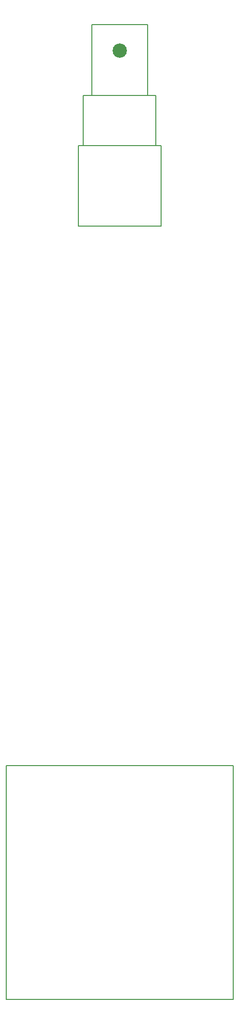
<source format=gbo>
G75*
%MOIN*%
%OFA0B0*%
%FSLAX25Y25*%
%IPPOS*%
%LPD*%
%AMOC8*
5,1,8,0,0,1.08239X$1,22.5*
%
%ADD10C,0.00500*%
%ADD11C,0.00800*%
%ADD12C,0.09921*%
D10*
X0488060Y0039123D02*
X0645540Y0039123D01*
X0645540Y0200540D01*
X0488060Y0200540D01*
X0488060Y0039123D01*
D11*
X0538158Y0573733D02*
X0538158Y0629442D01*
X0595442Y0629442D01*
X0595442Y0573733D01*
X0538158Y0573733D01*
X0541603Y0629737D02*
X0541603Y0663891D01*
X0591997Y0663891D01*
X0591997Y0629835D01*
X0586091Y0664383D02*
X0586091Y0712906D01*
X0547509Y0712906D01*
X0547509Y0664284D01*
D12*
X0566800Y0695052D03*
M02*

</source>
